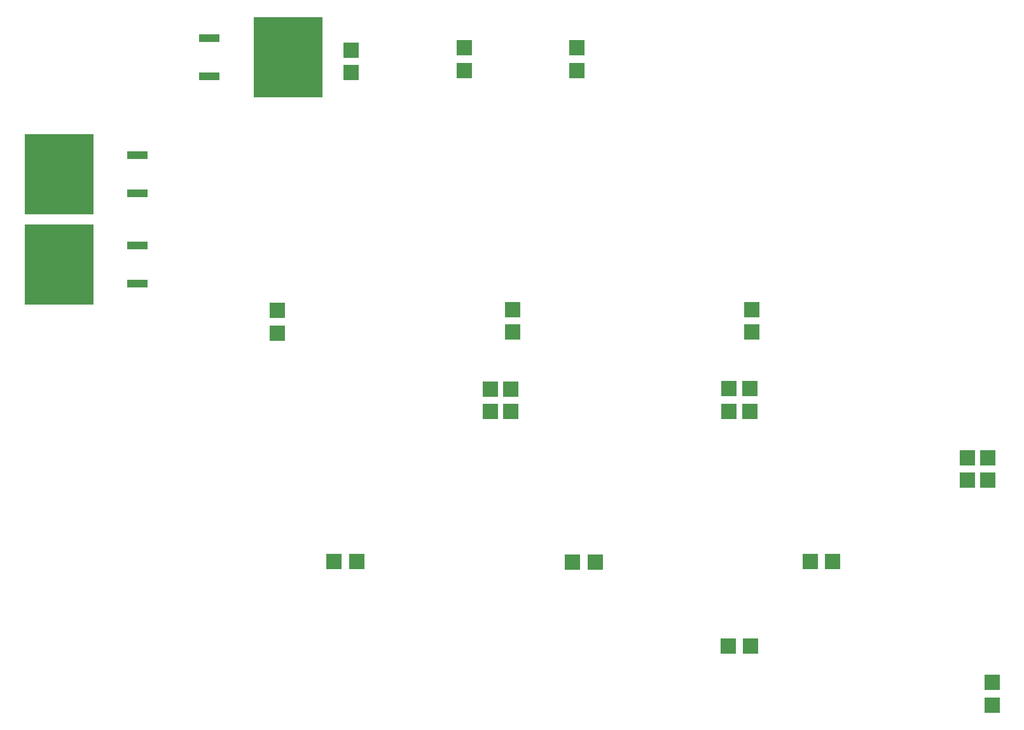
<source format=gtp>
%TF.GenerationSoftware,KiCad,Pcbnew,7.0.2*%
%TF.CreationDate,2023-09-23T19:56:34-04:00*%
%TF.ProjectId,Power Distribution Board,506f7765-7220-4446-9973-747269627574,rev?*%
%TF.SameCoordinates,PX3c7dd70PY9e91430*%
%TF.FileFunction,Paste,Top*%
%TF.FilePolarity,Positive*%
%FSLAX46Y46*%
G04 Gerber Fmt 4.6, Leading zero omitted, Abs format (unit mm)*
G04 Created by KiCad (PCBNEW 7.0.2) date 2023-09-23 19:56:34*
%MOMM*%
%LPD*%
G01*
G04 APERTURE LIST*
%ADD10R,2.000000X2.000000*%
%ADD11R,2.700000X1.100000*%
%ADD12R,9.200000X10.700000*%
G04 APERTURE END LIST*
D10*
%TO.C,C15*%
X140798699Y53175101D03*
X140798699Y56175100D03*
%TD*%
%TO.C,C11*%
X111817299Y62369901D03*
X111817299Y65369900D03*
%TD*%
%TO.C,C6*%
X112071299Y72910901D03*
X112071299Y75910900D03*
%TD*%
%TO.C,C1*%
X58807499Y107480301D03*
X58807499Y110480300D03*
%TD*%
%TO.C,C4*%
X48926899Y72783901D03*
X48926899Y75783900D03*
%TD*%
%TO.C,C5*%
X80270499Y72910901D03*
X80270499Y75910900D03*
%TD*%
%TO.C,C14*%
X109074100Y62369900D03*
X109074100Y65369899D03*
%TD*%
D11*
%TO.C,D2*%
X39917900Y112028301D03*
D12*
X50367900Y109488301D03*
D11*
X39917900Y106948301D03*
%TD*%
D10*
%TO.C,C10*%
X80041899Y62319101D03*
X80041899Y65319100D03*
%TD*%
%TO.C,C9*%
X119893099Y42406901D03*
X122893099Y42406901D03*
%TD*%
D11*
%TO.C,D3*%
X30326098Y91428901D03*
D12*
X19876098Y93968901D03*
D11*
X30326098Y96508901D03*
%TD*%
D10*
%TO.C,C7*%
X88270099Y42279901D03*
X91270099Y42279901D03*
%TD*%
%TO.C,C17*%
X144126100Y23253900D03*
X144126100Y26253900D03*
%TD*%
%TO.C,C12*%
X143516499Y53175101D03*
X143516499Y56175100D03*
%TD*%
%TO.C,C2*%
X73818890Y107759701D03*
X73818890Y110759700D03*
%TD*%
%TO.C,C13*%
X77273299Y62319101D03*
X77273299Y65319100D03*
%TD*%
%TO.C,C3*%
X88804899Y107759701D03*
X88804899Y110759700D03*
%TD*%
%TO.C,C8*%
X56520099Y42406901D03*
X59520099Y42406901D03*
%TD*%
D11*
%TO.C,D1*%
X30326098Y79363901D03*
D12*
X19876098Y81903901D03*
D11*
X30326098Y84443901D03*
%TD*%
D10*
%TO.C,C16*%
X111971099Y31103901D03*
X108971099Y31103901D03*
%TD*%
M02*

</source>
